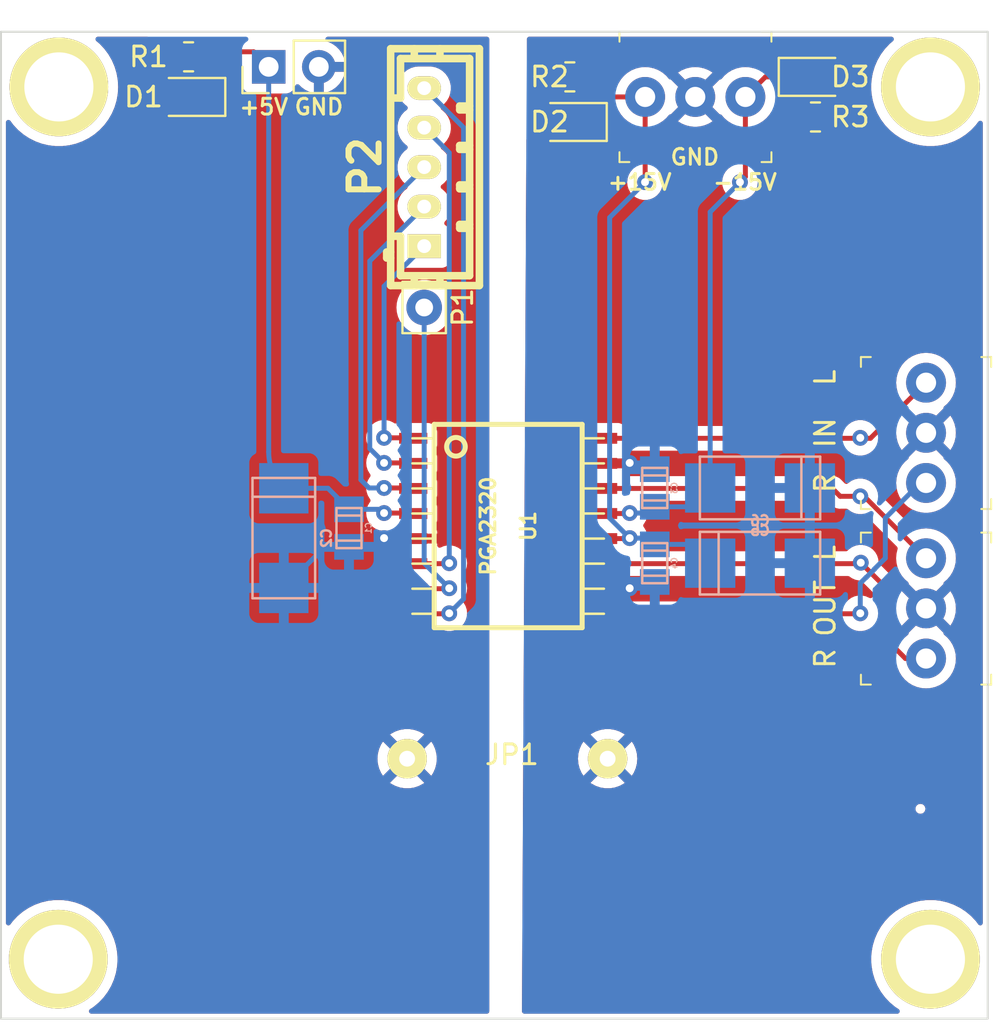
<source format=kicad_pcb>
(kicad_pcb (version 20221018) (generator pcbnew)
  (layers (0 "F.Cu" signal) (31 "B.Cu" signal) (34 "B.Paste" user) (35 "F.Paste" user) (36 "B.SilkS" user "B.Silkscreen") (37 "F.SilkS" user "F.Silkscreen") (38 "B.Mask" user) (39 "F.Mask" user) (44 "Edge.Cuts" user))
  (net 0 "")
  (net 1 "+5VD")
  (net 2 "GND_D")
  (net 3 "GND_A")
  (net 4 "-15V")
  (net 5 "+15V")
  (net 6 "Net-(D1-A)")
  (net 7 "Net-(D2-A)")
  (net 8 "Net-(D3-A)")
  (net 9 "VIN_L")
  (net 10 "VIN_R")
  (net 11 "VOUT_L")
  (net 12 "VOUT_R")
  (net 13 "SDO")
  (net 14 "ZCEN")
  (net 15 "CS")
  (net 16 "SDI")
  (net 17 "SCLK")
  (net 18 "MUTE")
  (footprint "Connector_PinHeader_2.54mm:PinHeader_1x02_P2.54mm_Vertical" (layer "F.Cu") (at 129.535 60.198 90)
    (fp_text reference "J3" hide)
    (fp_text value "2P-2.54")
    (fp_line (start -1.33 -1.33) (end 0 -1.33) (stroke (width 0.12)) (layer "F.SilkS"))
    (fp_line (start -1.33 0) (end -1.33 -1.33) (stroke (width 0.12)) (layer "F.SilkS"))
    (fp_line (start -1.33 1.27) (end -1.33 3.87) (stroke (width 0.12)) (layer "F.SilkS"))
    (fp_line (start -1.33 1.27) (end 1.33 1.27) (stroke (width 0.12)) (layer "F.SilkS"))
    (fp_line (start -1.33 3.87) (end 1.33 3.87) (stroke (width 0.12)) (layer "F.SilkS"))
    (fp_line (start 1.33 1.27) (end 1.33 3.87) (stroke (width 0.12)) (layer "F.SilkS"))
    (pad "1" thru_hole rect (at 0 0 90) (size 1.7 1.7) (drill 1) (layers "*.Cu" "*.Mask") (net 1 "+5VD"))
    (pad "2" thru_hole oval (at 0 2.54 90) (size 1.7 1.7) (drill 1) (layers "*.Cu" "*.Mask") (net 2 "GND_D"))
  )
  (footprint "digikey-footprints:PinHeader_1x3_P2.54mm_Drill1.02mm" (layer "F.Cu") (at 162.845513 85.095 -90)
    (fp_text reference "OUT" (at 2.535 5.111513 90) (layer "F.SilkS"))
    (fp_text value "XH2.54-3P")
    (fp_line (start -1.3 -3.3) (end -1.3 -2.8) (stroke (width 0.1)) (layer "F.SilkS"))
    (fp_line (start -1.3 -3.3) (end -0.8 -3.3) (stroke (width 0.1)) (layer "F.SilkS"))
    (fp_line (start -1.3 3.3) (end -1.3 2.8) (stroke (width 0.1)) (layer "F.SilkS"))
    (fp_line (start -1.3 3.3) (end -0.8 3.3) (stroke (width 0.1)) (layer "F.SilkS"))
    (fp_line (start 6.4 -3.3) (end 5.9 -3.3) (stroke (width 0.1)) (layer "F.SilkS"))
    (fp_line (start 6.4 -3.3) (end 6.4 -2.8) (stroke (width 0.1)) (layer "F.SilkS"))
    (fp_line (start 6.4 3.3) (end 5.9 3.3) (stroke (width 0.1)) (layer "F.SilkS"))
    (fp_line (start 6.4 3.3) (end 6.4 2.8) (stroke (width 0.1)) (layer "F.SilkS"))
    (pad "1" thru_hole circle (at 0 0 270) (size 2.02 2.02) (drill 1.02) (layers "*.Cu" "*.Mask") (net 11 "VOUT_L"))
    (pad "2" thru_hole circle (at 2.54 0 270) (size 2.02 2.02) (drill 1.02) (layers "*.Cu" "*.Mask") (net 3 "GND_A"))
    (pad "3" thru_hole circle (at 5.08 0 270) (size 2.02 2.02) (drill 1.02) (layers "*.Cu" "*.Mask") (net 12 "VOUT_R"))
  )
  (footprint "digikey-footprints:PinHeader_1x3_P2.54mm_Drill1.02mm" (layer "F.Cu") (at 162.845513 76.2 -90)
    (fp_text reference "IN" (at 2.54 5.111513 90) (layer "F.SilkS"))
    (fp_text value "XH2.54-3P")
    (fp_line (start -1.3 -3.3) (end -1.3 -2.8) (stroke (width 0.1)) (layer "F.SilkS"))
    (fp_line (start -1.3 -3.3) (end -0.8 -3.3) (stroke (width 0.1)) (layer "F.SilkS"))
    (fp_line (start -1.3 3.3) (end -1.3 2.8) (stroke (width 0.1)) (layer "F.SilkS"))
    (fp_line (start -1.3 3.3) (end -0.8 3.3) (stroke (width 0.1)) (layer "F.SilkS"))
    (fp_line (start 6.4 -3.3) (end 5.9 -3.3) (stroke (width 0.1)) (layer "F.SilkS"))
    (fp_line (start 6.4 -3.3) (end 6.4 -2.8) (stroke (width 0.1)) (layer "F.SilkS"))
    (fp_line (start 6.4 3.3) (end 5.9 3.3) (stroke (width 0.1)) (layer "F.SilkS"))
    (fp_line (start 6.4 3.3) (end 6.4 2.8) (stroke (width 0.1)) (layer "F.SilkS"))
    (pad "1" thru_hole circle (at 0 0 270) (size 2.02 2.02) (drill 1.02) (layers "*.Cu" "*.Mask") (net 9 "VIN_L"))
    (pad "2" thru_hole circle (at 2.54 0 270) (size 2.02 2.02) (drill 1.02) (layers "*.Cu" "*.Mask") (net 3 "GND_A"))
    (pad "3" thru_hole circle (at 5.08 0 270) (size 2.02 2.02) (drill 1.02) (layers "*.Cu" "*.Mask") (net 10 "VIN_R"))
  )
  (footprint "Audio_Module:b5b-ph-kl" (layer "F.Cu") (at 137.414 65.278 90)
    (fp_text reference "P2" (at 0 -2.99974 90) (layer "F.SilkS") (effects (font (size 1.524 1.524) (thickness 0.3048))))
    (fp_text value "CONTROLLER" hide)
    (fp_line (start -6.00202 -1.69926) (end -6.00202 2.79908) (stroke (width 0.381)) (layer "F.SilkS"))
    (fp_line (start -5.50164 -1.19888) (end -5.50164 2.30124) (stroke (width 0.381)) (layer "F.SilkS"))
    (fp_line (start -5.50164 -0.50038) (end -6.00202 -0.50038) (stroke (width 0.381)) (layer "F.SilkS"))
    (fp_line (start -5.50164 0.8001) (end -6.00202 0.8001) (stroke (width 0.381)) (layer "F.SilkS"))
    (fp_line (start -5.4991 2.30124) (end 5.4991 2.30124) (stroke (width 0.381)) (layer "F.SilkS"))
    (fp_line (start -4.60248 -1.89992) (end -4.60248 -1.69926) (stroke (width 0.381)) (layer "F.SilkS"))
    (fp_line (start -4.30276 -1.89992) (end -4.60248 -1.89992) (stroke (width 0.381)) (layer "F.SilkS"))
    (fp_line (start -4.30276 -1.69926) (end -4.30276 -1.89992) (stroke (width 0.381)) (layer "F.SilkS"))
    (fp_line (start -3.50266 -1.69926) (end -3.50266 -1.19888) (stroke (width 0.381)) (layer "F.SilkS"))
    (fp_line (start -3.50266 -1.19888) (end -5.50164 -1.19888) (stroke (width 0.381)) (layer "F.SilkS"))
    (fp_line (start -3.10134 1.80086) (end -2.90322 1.80086) (stroke (width 0.381)) (layer "F.SilkS"))
    (fp_line (start -3.10134 2.30124) (end -3.10134 1.80086) (stroke (width 0.381)) (layer "F.SilkS"))
    (fp_line (start -2.90322 1.80086) (end -2.90322 2.30124) (stroke (width 0.381)) (layer "F.SilkS"))
    (fp_line (start -1.09982 1.80086) (end -0.9017 1.80086) (stroke (width 0.381)) (layer "F.SilkS"))
    (fp_line (start -1.09982 2.30124) (end -1.09982 1.80086) (stroke (width 0.381)) (layer "F.SilkS"))
    (fp_line (start -0.9017 1.80086) (end -0.9017 2.30124) (stroke (width 0.381)) (layer "F.SilkS"))
    (fp_line (start 0.89916 1.80086) (end 1.09728 1.80086) (stroke (width 0.381)) (layer "F.SilkS"))
    (fp_line (start 0.89916 2.30124) (end 0.89916 1.80086) (stroke (width 0.381)) (layer "F.SilkS"))
    (fp_line (start 1.09728 1.80086) (end 1.09728 2.30124) (stroke (width 0.381)) (layer "F.SilkS"))
    (fp_line (start 2.89814 1.80086) (end 3.09626 1.80086) (stroke (width 0.381)) (layer "F.SilkS"))
    (fp_line (start 2.89814 2.30124) (end 2.89814 1.80086) (stroke (width 0.381)) (layer "F.SilkS"))
    (fp_line (start 3.09626 1.80086) (end 3.09626 2.30124) (stroke (width 0.381)) (layer "F.SilkS"))
    (fp_line (start 3.50012 -1.19888) (end 3.50012 -1.69926) (stroke (width 0.381)) (layer "F.SilkS"))
    (fp_line (start 5.4991 -1.19888) (end 3.50012 -1.19888) (stroke (width 0.381)) (layer "F.SilkS"))
    (fp_line (start 5.4991 0.8001) (end 5.99948 0.8001) (stroke (width 0.381)) (layer "F.SilkS"))
    (fp_line (start 5.4991 2.30124) (end 5.4991 -1.19888) (stroke (width 0.381)) (layer "F.SilkS"))
    (fp_line (start 5.99948 -1.69926) (end -5.99948 -1.69926) (stroke (width 0.381)) (layer "F.SilkS"))
    (fp_line (start 5.99948 -1.69926) (end 5.99948 2.79908) (stroke (width 0.381)) (layer "F.SilkS"))
    (fp_line (start 5.99948 -0.50038) (end 5.4991 -0.50038) (stroke (width 0.381)) (layer "F.SilkS"))
    (fp_line (start 5.99948 2.79908) (end -5.99948 2.79908) (stroke (width 0.381)) (layer "F.SilkS"))
    (pad "1" thru_hole rect (at -4.00304 0 90) (size 1.19888 1.69926) (drill 0.70104) (layers "*.Cu" "*.Mask" "F.SilkS") (net 14 "ZCEN"))
    (pad "2" thru_hole oval (at -2.00152 0 90) (size 1.19888 1.69926) (drill 0.70104) (layers "*.Cu" "*.Mask" "F.SilkS") (net 15 "CS"))
    (pad "3" thru_hole oval (at 0 0 90) (size 1.19888 1.69926) (drill 0.70104) (layers "*.Cu" "*.Mask" "F.SilkS") (net 16 "SDI"))
    (pad "4" thru_hole oval (at 1.99898 0 90) (size 1.19888 1.69926) (drill 0.70104) (layers "*.Cu" "*.Mask" "F.SilkS") (net 17 "SCLK"))
    (pad "5" thru_hole oval (at 4.0005 0 90) (size 1.19888 1.69926) (drill 0.70104) (layers "*.Cu" "*.Mask" "F.SilkS") (net 18 "MUTE"))
  )
  (footprint "Resistor_SMD:R_0805_2012Metric_Pad1.20x1.40mm_HandSolder" (layer "F.Cu") (at 125.476 59.69)
    (fp_text reference "R1" (at -2.032 0) (layer "F.SilkS"))
    (fp_text value "10k")
    (fp_line (start -0.227064 -0.735) (end 0.227064 -0.735) (stroke (width 0.12)) (layer "F.SilkS"))
    (fp_line (start -0.227064 0.735) (end 0.227064 0.735) (stroke (width 0.12)) (layer "F.SilkS"))
    (pad "1" smd roundrect (at -1 0) (size 1.2 1.4) (layers "F.Cu" "F.Paste" "F.Mask") (roundrect_rratio 0.208333) (net 6 "Net-(D1-A)"))
    (pad "2" smd roundrect (at 1 0) (size 1.2 1.4) (layers "F.Cu" "F.Paste" "F.Mask") (roundrect_rratio 0.208333) (net 1 "+5VD"))
  )
  (footprint "Audio_Module:WireConnection_0-8mmDrill" (layer "F.Cu") (at 146.7104 95.25 180)
    (fp_text reference "JP1" (at 4.8514 0.2032) (layer "F.SilkS"))
    (fp_text value "JUMPER" hide)
    (pad "1" thru_hole circle (at 0 0 180) (size 1.99898 1.99898) (drill 0.8001) (layers "*.Cu" "*.Mask" "F.SilkS") (net 3 "GND_A"))
    (pad "2" thru_hole circle (at 10.16 0 180) (size 1.99898 1.99898) (drill 0.8001) (layers "*.Cu" "*.Mask" "F.SilkS") (net 2 "GND_D"))
  )
  (footprint "LED_SMD:LED_0805_2012Metric_Pad1.15x1.40mm_HandSolder" (layer "F.Cu") (at 125.476 61.722 180)
    (fp_text reference "D1" (at 2.286 0) (layer "F.SilkS"))
    (fp_text value "LED")
    (fp_line (start -1.86 -0.96) (end -1.86 0.96) (stroke (width 0.12)) (layer "F.SilkS"))
    (fp_line (start -1.86 0.96) (end 1 0.96) (stroke (width 0.12)) (layer "F.SilkS"))
    (fp_line (start 1 -0.96) (end -1.86 -0.96) (stroke (width 0.12)) (layer "F.SilkS"))
    (pad "1" smd roundrect (at -1.025 0 180) (size 1.15 1.4) (layers "F.Cu" "F.Paste" "F.Mask") (roundrect_rratio 0.217391) (net 2 "GND_D"))
    (pad "2" smd roundrect (at 1.025 0 180) (size 1.15 1.4) (layers "F.Cu" "F.Paste" "F.Mask") (roundrect_rratio 0.217391) (net 6 "Net-(D1-A)"))
  )
  (footprint "Resistor_SMD:R_0805_2012Metric_Pad1.20x1.40mm_HandSolder" (layer "F.Cu") (at 144.796 60.706 180)
    (fp_text reference "R2" (at 1.032 0) (layer "F.SilkS"))
    (fp_text value "10k")
    (fp_line (start -0.227064 -0.735) (end 0.227064 -0.735) (stroke (width 0.12)) (layer "F.SilkS"))
    (fp_line (start -0.227064 0.735) (end 0.227064 0.735) (stroke (width 0.12)) (layer "F.SilkS"))
    (pad "1" smd roundrect (at -1 0 180) (size 1.2 1.4) (layers "F.Cu" "F.Paste" "F.Mask") (roundrect_rratio 0.208333) (net 5 "+15V"))
    (pad "2" smd roundrect (at 1 0 180) (size 1.2 1.4) (layers "F.Cu" "F.Paste" "F.Mask") (roundrect_rratio 0.208333) (net 7 "Net-(D2-A)"))
  )
  (footprint "" (layer "F.Cu") (at 118.618 105.41)
    (fp_text reference "" (at 0 0) (layer "F.SilkS") (effects (font (size 1.27 1.27))))
    (fp_text value "" (at 0 0) (layer "F.SilkS") (effects (font (size 1.27 1.27))))
    (pad "1" thru_hole circle (at 0.254 0) (size 5 5) (drill 3.5) (layers "*.Cu" "*.Mask" "F.SilkS"))
  )
  (footprint "Connector_Pin:Pin_D0.9mm_L10.0mm_W2.4mm_FlatFork" (layer "F.Cu") (at 137.414 72.39 90)
    (fp_text reference "P1" (at 0 1.95 90) (layer "F.SilkS"))
    (fp_text value "SDO")
    (fp_line (start -1.3 -1.1) (end -1.3 0.6) (stroke (width 0.12)) (layer "F.SilkS"))
    (fp_line (start -1.3 0.6) (end -1.3 1.1) (stroke (width 0.12)) (layer "F.SilkS"))
    (fp_line (start -1.3 1.1) (end 1.3 1.1) (stroke (width 0.12)) (layer "F.SilkS"))
    (fp_line (start 1.3 -1.1) (end -1.3 -1.1) (stroke (width 0.12)) (layer "F.SilkS"))
    (fp_line (start 1.3 1.1) (end 1.3 -1.1) (stroke (width 0.12)) (layer "F.SilkS"))
    (pad "1" thru_hole circle (at 0 0 90) (size 1.8 1.8) (drill 0.9) (layers "*.Cu" "*.Mask") (net 13 "SDO"))
  )
  (footprint "Audio_Module:soic-16-PGA2320" (layer "F.Cu") (at 141.670273 83.462817)
    (fp_text reference "U1" (at 1.016 0 270) (layer "F.SilkS") (effects (font (size 0.7493 0.7493) (thickness 0.14986))))
    (fp_text value "PGA2320" (at -1.016 0 270) (layer "F.SilkS") (effects (font (size 0.7493 0.7493) (thickness 0.14986))))
    (fp_line (start -4.8514 -3.175) (end -3.7592 -3.175) (stroke (width 0.127)) (layer "F.SilkS"))
    (fp_line (start -4.8514 -1.905) (end -3.7592 -1.905) (stroke (width 0.127)) (layer "F.SilkS"))
    (fp_line (start -4.8514 -0.635) (end -3.7592 -0.635) (stroke (width 0.127)) (layer "F.SilkS"))
    (fp_line (start -4.8514 0.635) (end -3.7592 0.635) (stroke (width 0.127)) (layer "F.SilkS"))
    (fp_line (start -3.7592 -4.445) (end -4.8514 -4.445) (stroke (width 0.127)) (layer "F.SilkS"))
    (fp_line (start -3.7592 1.905) (end -4.8514 1.905) (stroke (width 0.127)) (layer "F.SilkS"))
    (fp_line (start -3.7592 3.175) (end -4.8514 3.175) (stroke (width 0.127)) (layer "F.SilkS"))
    (fp_line (start -3.7592 4.445) (end -4.8514 4.445) (stroke (width 0.127)) (layer "F.SilkS"))
    (fp_line (start -3.74904 -5.15112) (end -3.74904 5.15112) (stroke (width 0.254)) (layer "F.SilkS"))
    (fp_line (start -3.74904 5.15112) (end 3.74904 5.15112) (stroke (width 0.254)) (layer "F.SilkS"))
    (fp_line (start 3.74904 -5.15112) (end -3.74904 -5.15112) (stroke (width 0.254)) (layer "F.SilkS"))
    (fp_line (start 3.74904 5.15112) (end 3.74904 -5.15112) (stroke (width 0.254)) (layer "F.SilkS"))
    (fp_line (start 3.7592 -4.445) (end 4.8514 -4.445) (stroke (width 0.127)) (layer "F.SilkS"))
    (fp_line (start 3.7592 -3.175) (end 4.8514 -3.175) (stroke (width 0.127)) (layer "F.SilkS"))
    (fp_line (start 3.7592 1.905) (end 4.8514 1.905) (stroke (width 0.127)) (layer "F.SilkS"))
    (fp_line (start 3.7592 3.175) (end 4.8514 3.175) (stroke (width 0.127)) (layer "F.SilkS"))
    (fp_line (start 3.7592 4.445) (end 4.8514 4.445) (stroke (width 0.127)) (layer "F.SilkS"))
    (fp_line (start 4.8514 -1.905) (end 3.7592 -1.905) (stroke (width 0.127)) (layer "F.SilkS"))
    (fp_line (start 4.8514 -0.635) (end 3.7592 -0.635) (stroke (width 0.127)) (layer "F.SilkS"))
    (fp_line (start 4.8514 0.635) (end 3.7592 0.635) (stroke (width 0.127)) (layer "F.SilkS"))
    (fp_circle (center -2.64668 -4.01574) (end -3.02768 -4.29514) (stroke (width 0.254)) (fill none) (layer "F.SilkS"))
    (pad "1" smd rect (at -4.81076 -4.445 270) (size 0.55118 1.43002) (layers "F.Cu" "F.Paste" "F.Mask") (net 14 "ZCEN"))
    (pad "2" smd rect (at -4.81076 -3.175 270) (size 0.55118 1.43002) (layers "F.Cu" "F.Paste" "F.Mask") (net 15 "CS"))
    (pad "3" smd rect (at -4.81076 -1.905 270) (size 0.55118 1.43002) (layers "F.Cu" "F.Paste" "F.Mask") (net 16 "SDI"))
    (pad "4" smd rect (at -4.81076 -0.635 270) (size 0.55118 1.43002) (layers "F.Cu" "F.Paste" "F.Mask") (net 1 "+5VD"))
    (pad "5" smd rect (at -4.81076 0.635 270) (size 0.55118 1.43002) (layers "F.Cu" "F.Paste" "F.Mask") (net 2 "GND_D"))
    (pad "6" smd rect (at -4.81076 1.905 270) (size 0.55118 1.43002) (layers "F.Cu" "F.Paste" "F.Mask") (net 17 "SCLK"))
    (pad "7" smd rect (at -4.81076 3.175 270) (size 0.55118 1.43002) (layers "F.Cu" "F.Paste" "F.Mask") (net 13 "SDO"))
    (pad "8" smd rect (at -4.81076 4.445 270) (size 0.55118 1.43002) (layers "F.Cu" "F.Paste" "F.Mask") (net 18 "MUTE"))
    (pad "9" smd rect (at 4.81076 4.445 270) (size 0.55118 1.43002) (layers "F.Cu" "F.Paste" "F.Mask") (net 10 "VIN_R"))
    (pad "10" smd rect (at 4.81076 3.175 270) (size 0.55118 1.43002) (layers "F.Cu" "F.Paste" "F.Mask") (net 3 "GND_A"))
    (pad "11" smd rect (at 4.81076 1.905 270) (size 0.55118 1.43002) (layers "F.Cu" "F.Paste" "F.Mask") (net 12 "VOUT_R"))
    (pad "12" smd rect (at 4.81076 0.635 270) (size 0.55118 1.43002) (layers "F.Cu" "F.Paste" "F.Mask") (net 5 "+15V"))
    (pad "13" smd rect (at 4.81076 -0.635 270) (size 0.55118 1.43002) (layers "F.Cu" "F.Paste" "F.Mask") (net 4 "-15V"))
    (pad "14" smd rect (at 4.81076 -1.905 270) (size 0.55118 1.43002) (layers "F.Cu" "F.Paste" "F.Mask") (net 11 "VOUT_L"))
    (pad "15" smd rect (at 4.81076 -3.175 270) (size 0.55118 1.43002) (layers "F.Cu" "F.Paste" "F.Mask") (net 3 "GND_A"))
    (pad "16" smd rect (at 4.81076 -4.445 270) (size 0.55118 1.43002) (layers "F.Cu" "F.Paste" "F.Mask") (net 9 "VIN_L"))
  )
  (footprint "digikey-footprints:PinHeader_1x3_P2.54mm_Drill1.02mm" (layer "F.Cu") (at 148.611 61.722)
    (fp_text reference "J4" hide)
    (fp_text value "3P-2.54")
    (fp_line (start -1.3 -3.3) (end -1.3 -2.8) (stroke (width 0.1)) (layer "F.SilkS"))
    (fp_line (start -1.3 -3.3) (end -0.8 -3.3) (stroke (width 0.1)) (layer "F.SilkS"))
    (fp_line (start -1.3 3.3) (end -1.3 2.8) (stroke (width 0.1)) (layer "F.SilkS"))
    (fp_line (start -1.3 3.3) (end -0.8 3.3) (stroke (width 0.1)) (layer "F.SilkS"))
    (fp_line (start 6.4 -3.3) (end 5.9 -3.3) (stroke (width 0.1)) (layer "F.SilkS"))
    (fp_line (start 6.4 -3.3) (end 6.4 -2.8) (stroke (width 0.1)) (layer "F.SilkS"))
    (fp_line (start 6.4 3.3) (end 5.9 3.3) (stroke (width 0.1)) (layer "F.SilkS"))
    (fp_line (start 6.4 3.3) (end 6.4 2.8) (stroke (width 0.1)) (layer "F.SilkS"))
    (pad "1" thru_hole circle (at 0 0) (size 2.02 2.02) (drill 1.02) (layers "*.Cu" "*.Mask") (net 5 "+15V"))
    (pad "2" thru_hole circle (at 2.54 0) (size 2.02 2.02) (drill 1.02) (layers "*.Cu" "*.Mask") (net 3 "GND_A"))
    (pad "3" thru_hole circle (at 5.08 0) (size 2.02 2.02) (drill 1.02) (layers "*.Cu" "*.Mask") (net 4 "-15V"))
  )
  (footprint "LED_SMD:LED_0805_2012Metric_Pad1.15x1.40mm_HandSolder" (layer "F.Cu") (at 144.805 62.992 180)
    (fp_text reference "D2" (at 1.041 0) (layer "F.SilkS"))
    (fp_text value "LED")
    (fp_line (start -1.86 -0.96) (end -1.86 0.96) (stroke (width 0.12)) (layer "F.SilkS"))
    (fp_line (start -1.86 0.96) (end 1 0.96) (stroke (width 0.12)) (layer "F.SilkS"))
    (fp_line (start 1 -0.96) (end -1.86 -0.96) (stroke (width 0.12)) (layer "F.SilkS"))
    (pad "1" smd roundrect (at -1.025 0 180) (size 1.15 1.4) (layers "F.Cu" "F.Paste" "F.Mask") (roundrect_rratio 0.217391) (net 3 "GND_A"))
    (pad "2" smd roundrect (at 1.025 0 180) (size 1.15 1.4) (layers "F.Cu" "F.Paste" "F.Mask") (roundrect_rratio 0.217391) (net 7 "Net-(D2-A)"))
  )
  (footprint "" (layer "F.Cu") (at 118.903513 61.214)
    (fp_text reference "" (at 0 0) (layer "F.SilkS") (effects (font (size 1.27 1.27))))
    (fp_text value "" (at 0 0) (layer "F.SilkS") (effects (font (size 1.27 1.27))))
    (pad "1" thru_hole circle (at 0 0) (size 5 5) (drill 3.5) (layers "*.Cu" "*.Mask" "F.SilkS"))
  )
  (footprint "Resistor_SMD:R_0805_2012Metric_Pad1.20x1.40mm_HandSolder" (layer "F.Cu") (at 157.242 62.738)
    (fp_text reference "R3" (at 1.762 0) (layer "F.SilkS"))
    (fp_text value "10k")
    (fp_line (start -0.227064 -0.735) (end 0.227064 -0.735) (stroke (width 0.12)) (layer "F.SilkS"))
    (fp_line (start -0.227064 0.735) (end 0.227064 0.735) (stroke (width 0.12)) (layer "F.SilkS"))
    (pad "1" smd roundrect (at -1 0) (size 1.2 1.4) (layers "F.Cu" "F.Paste" "F.Mask") (roundrect_rratio 0.208333) (net 3 "GND_A"))
    (pad "2" smd roundrect (at 1 0) (size 1.2 1.4) (layers "F.Cu" "F.Paste" "F.Mask") (roundrect_rratio 0.208333) (net 8 "Net-(D3-A)"))
  )
  (footprint "" (layer "F.Cu") (at 163.068 105.918)
    (fp_text reference "" (at 0 0) (layer "F.SilkS") (effects (font (size 1.27 1.27))))
    (fp_text value "" (at 0 0) (layer "F.SilkS") (effects (font (size 1.27 1.27))))
    (pad "1" thru_hole circle (at 0 -0.508) (size 5 5) (drill 3.5) (layers "*.Cu" "*.Mask" "F.SilkS"))
  )
  (footprint "" (layer "F.Cu") (at 163.068 61.214)
    (fp_text reference "" (at 0 0) (layer "F.SilkS") (effects (font (size 1.27 1.27))))
    (fp_text value "" (at 0 0) (layer "F.SilkS") (effects (font (size 1.27 1.27))))
    (pad "1" thru_hole circle (at 0 0) (size 5 5) (drill 3.5) (layers "*.Cu" "*.Mask" "F.SilkS"))
  )
  (footprint "LED_SMD:LED_0805_2012Metric_Pad1.15x1.40mm_HandSolder" (layer "F.Cu") (at 157.242 60.706)
    (fp_text reference "D3" (at 1.762 0) (layer "F.SilkS"))
    (fp_text value "LED")
    (fp_line (start -1.86 -0.96) (end -1.86 0.96) (stroke (width 0.12)) (layer "F.SilkS"))
    (fp_line (start -1.86 0.96) (end 1 0.96) (stroke (width 0.12)) (layer "F.SilkS"))
    (fp_line (start 1 -0.96) (end -1.86 -0.96) (stroke (width 0.12)) (layer "F.SilkS"))
    (pad "1" smd roundrect (at -1.025 0) (size 1.15 1.4) (layers "F.Cu" "F.Paste" "F.Mask") (roundrect_rratio 0.217391) (net 4 "-15V"))
    (pad "2" smd roundrect (at 1.025 0) (size 1.15 1.4) (layers "F.Cu" "F.Paste" "F.Mask") (roundrect_rratio 0.217391) (net 8 "Net-(D3-A)"))
  )
  (footprint "Audio_Module:c_tant_C" (layer "B.Cu") (at 130.302 84.074 90)
    (fp_text reference "C2" (at 0 2.159 90) (layer "B.SilkS") (effects (font (size 0.50038 0.50038) (thickness 0.11938)) (justify mirror)))
    (fp_text value "10uf" hide)
    (fp_line (start -3.048 -1.5875) (end 3.048 -1.5875) (stroke (width 0.127)) (layer "B.SilkS"))
    (fp_line (start -3.048 1.5875) (end -3.048 -1.5875) (stroke (width 0.127)) (layer "B.SilkS"))
    (fp_line (start 2.0955 1.5875) (end 2.0955 -1.5875) (stroke (width 0.127)) (layer "B.SilkS"))
    (fp_line (start 3.048 -1.5875) (end 3.048 1.5875) (stroke (width 0.127)) (layer "B.SilkS"))
    (fp_line (start 3.048 1.5875) (end -3.048 1.5875) (stroke (width 0.127)) (layer "B.SilkS"))
    (pad "1" smd rect (at 2.52476 0 90) (size 2.55016 2.49936) (layers "B.Cu" "B.Paste" "B.Mask") (net 1 "+5VD"))
    (pad "2" smd rect (at -2.52476 0 90) (size 2.55016 2.49936) (layers "B.Cu" "B.Paste" "B.Mask") (net 2 "GND_D"))
  )
  (footprint "Audio_Module:c_0805" (layer "B.Cu") (at 133.604 83.566 90)
    (fp_text reference "C1" (at 0 0.9906 90) (layer "B.SilkS") (effects (font (size 0.29972 0.29972) (thickness 0.06096)) (justify mirror)))
    (fp_text value "0.1uf" hide)
    (fp_line (start -1.016 -0.635) (end -1.016 0.635) (stroke (width 0.127)) (layer "B.SilkS"))
    (fp_line (start -1.016 0.635) (end 1.016 0.635) (stroke (width 0.127)) (layer "B.SilkS"))
    (fp_line (start -0.635 0.635) (end -0.635 -0.6096) (stroke (width 0.127)) (layer "B.SilkS"))
    (fp_line (start 0.635 0.635) (end 0.635 -0.635) (stroke (width 0.127)) (layer "B.SilkS"))
    (fp_line (start 1.016 -0.635) (end -1.016 -0.635) (stroke (width 0.127)) (layer "B.SilkS"))
    (fp_line (start 1.016 0.635) (end 1.016 -0.635) (stroke (width 0.127)) (layer "B.SilkS"))
    (pad "1" smd rect (at 0.9525 0 90) (size 1.30048 1.4986) (layers "B.Cu" "B.Paste" "B.Mask") (net 1 "+5VD"))
    (pad "2" smd rect (at -0.9525 0 90) (size 1.30048 1.4986) (layers "B.Cu" "B.Paste" "B.Mask") (net 2 "GND_D"))
  )
  (footprint "Audio_Module:c_0805" (layer "B.Cu") (at 149.098 81.534 90)
    (fp_text reference "C3" (at 0 0.9906 90) (layer "B.SilkS") (effects (font (size 0.29972 0.29972) (thickness 0.06096)) (justify mirror)))
    (fp_text value "0.1uF" hide)
    (fp_line (start -1.016 -0.635) (end -1.016 0.635) (stroke (width 0.127)) (layer "B.SilkS"))
    (fp_line (start -1.016 0.635) (end 1.016 0.635) (stroke (width 0.127)) (layer "B.SilkS"))
    (fp_line (start -0.635 0.635) (end -0.635 -0.6096) (stroke (width 0.127)) (layer "B.SilkS"))
    (fp_line (start 0.635 0.635) (end 0.635 -0.635) (stroke (width 0.127)) (layer "B.SilkS"))
    (fp_line (start 1.016 -0.635) (end -1.016 -0.635) (stroke (width 0.127)) (layer "B.SilkS"))
    (fp_line (start 1.016 0.635) (end 1.016 -0.635) (stroke (width 0.127)) (layer "B.SilkS"))
    (pad "1" smd rect (at 0.9525 0 90) (size 1.30048 1.4986) (layers "B.Cu" "B.Paste" "B.Mask") (net 3 "GND_A"))
    (pad "2" smd rect (at -0.9525 0 90) (size 1.30048 1.4986) (layers "B.Cu" "B.Paste" "B.Mask") (net 4 "-15V"))
  )
  (footprint "Audio_Module:c_0805" (layer "B.Cu") (at 149.098 85.344 90)
    (fp_text reference "C4" (at 0 0.9906 90) (layer "B.SilkS") (effects (font (size 0.29972 0.29972) (thickness 0.06096)) (justify mirror)))
    (fp_text value "0.1uF" hide)
    (fp_line (start -1.016 -0.635) (end -1.016 0.635) (stroke (width 0.127)) (layer "B.SilkS"))
    (fp_line (start -1.016 0.635) (end 1.016 0.635) (stroke (width 0.127)) (layer "B.SilkS"))
    (fp_line (start -0.635 0.635) (end -0.635 -0.6096) (stroke (width 0.127)) (layer "B.SilkS"))
    (fp_line (start 0.635 0.635) (end 0.635 -0.635) (stroke (width 0.127)) (layer "B.SilkS"))
    (fp_line (start 1.016 -0.635) (end -1.016 -0.635) (stroke (width 0.127)) (layer "B.SilkS"))
    (fp_line (start 1.016 0.635) (end 1.016 -0.635) (stroke (width 0.127)) (layer "B.SilkS"))
    (pad "1" smd rect (at 0.9525 0 90) (size 1.30048 1.4986) (layers "B.Cu" "B.Paste" "B.Mask") (net 5 "+15V"))
    (pad "2" smd rect (at -0.9525 0 90) (size 1.30048 1.4986) (layers "B.Cu" "B.Paste" "B.Mask") (net 3 "GND_A"))
  )
  (footprint "Audio_Module:c_tant_C" (layer "B.Cu") (at 154.432 81.534)
    (fp_text reference "C5" (at 0 2.159) (layer "B.SilkS") (effects (font (size 0.50038 0.50038) (thickness 0.11938)) (justify mirror)))
    (fp_text value "10uF" hide)
    (fp_line (start -3.048 -1.5875) (end 3.048 -1.5875) (stroke (width 0.127)) (layer "B.SilkS"))
    (fp_line (start -3.048 1.5875) (end -3.048 -1.5875) (stroke (width 0.127)) (layer "B.SilkS"))
    (fp_line (start 2.0955 1.5875) (end 2.0955 -1.5875) (stroke (width 0.127)) (layer "B.SilkS"))
    (fp_line (start 3.048 -1.5875) (end 3.048 1.5875) (stroke (width 0.127)) (layer "B.SilkS"))
    (fp_line (start 3.048 1.5875) (end -3.048 1.5875) (stroke (width 0.127)) (layer "B.SilkS"))
    (pad "1" smd rect (at 2.52476 0) (size 2.55016 2.49936) (layers "B.Cu" "B.Paste" "B.Mask") (net 3 "GND_A"))
    (pad "2" smd rect (at -2.52476 0) (size 2.55016 2.49936) (layers "B.Cu" "B.Paste" "B.Mask") (net 4 "-15V"))
  )
  (footprint "Audio_Module:c_tant_C" (layer "B.Cu") (at 154.432 85.344 180)
    (fp_text reference "C6" (at 0 2.159) (layer "B.SilkS") (effects (font (size 0.50038 0.50038) (thickness 0.11938)) (justify mirror)))
    (fp_text value "10uF" hide)
    (fp_line (start -3.048 -1.5875) (end 3.048 -1.5875) (stroke (width 0.127)) (layer "B.SilkS"))
    (fp_line (start -3.048 1.5875) (end -3.048 -1.5875) (stroke (width 0.127)) (layer "B.SilkS"))
    (fp_line (start 2.0955 1.5875) (end 2.0955 -1.5875) (stroke (width 0.127)) (layer "B.SilkS"))
    (fp_line (start 3.048 -1.5875) (end 3.048 1.5875) (stroke (width 0.127)) (layer "B.SilkS"))
    (fp_line (start 3.048 1.5875) (end -3.048 1.5875) (stroke (width 0.127)) (layer "B.SilkS"))
    (pad "1" smd rect (at 2.52476 0 180) (size 2.55016 2.49936) (layers "B.Cu" "B.Paste" "B.Mask") (net 5 "+15V"))
    (pad "2" smd rect (at -2.52476 0 180) (size 2.55016 2.49936) (layers "B.Cu" "B.Paste" "B.Mask") (net 3 "GND_A"))
  )
  (gr_rect (start 115.97 58.42) (end 165.97 108.42) (stroke (width 0.1)) (fill none) (layer "Edge.Cuts"))
  (gr_rect (start 162.56 97.79) (end 162.56 97.79) (stroke (width 0.1)) (fill none) (layer "Edge.Cuts"))
  (gr_text "R" (at 157.734 90.17 90) (layer "F.SilkS") (effects (font (size 1 1))))
  (gr_text "+5V" (at 129.286 62.23) (layer "F.SilkS") (effects (font (size 0.8 0.8))))
  (gr_text "GND" (at 151.13 64.77) (layer "F.SilkS") (effects (font (size 0.8 0.8))))
  (gr_text "L" (at 157.734 84.836 90) (layer "F.SilkS") (effects (font (size 1 1))))
  (gr_text "+15V" (at 148.336 66.04) (layer "F.SilkS") (effects (font (size 0.8 0.8))))
  (gr_text "R" (at 157.734 81.28 90) (layer "F.SilkS") (effects (font (size 1 1))))
  (gr_text "L" (at 157.734 75.946 90) (layer "F.SilkS") (effects (font (size 1 1))))
  (gr_text "GND" (at 132.08 62.23) (layer "F.SilkS") (effects (font (size 0.8 0.8))))
  (gr_text "-15V" (at 153.67 66.04) (layer "F.SilkS") (effects (font (size 0.8 0.8))))
  (segment (start 136.835696 82.804) (end 136.859513 82.827817) (width 0.25) (layer "F.Cu") (net 1))
  (segment (start 128.773 59.436) (end 129.535 60.198) (width 0.25) (layer "F.Cu") (net 1))
  (segment (start 126.476 59.436) (end 128.773 59.436) (width 0.25) (layer "F.Cu") (net 1))
  (segment (start 135.382 82.804) (end 136.835696 82.804) (width 0.25) (layer "F.Cu") (net 1))
  (via (at 135.382 82.804) (size 0.8) (drill 0.4) (layers "F.Cu" "B.Cu") (net 1))
  (segment (start 132.53974 81.54924) (end 133.604 82.6135) (width 0.25) (layer "B.Cu") (net 1))
  (segment (start 135.1915 82.6135) (end 135.382 82.804) (width 0.25) (layer "B.Cu") (net 1))
  (segment (start 133.604 82.6135) (end 135.1915 82.6135) (width 0.25) (layer "B.Cu") (net 1))
  (segment (start 130.302 81.54924) (end 132.53974 81.54924) (width 0.25) (layer "B.Cu") (net 1))
  (segment (start 129.535 60.198) (end 129.535 79.697539) (width 0.25) (layer "B.Cu") (net 1))
  (arc (start 129.535 79.697539) (mid 129.734336 80.699672) (end 130.302 81.54924) (width 0.25) (layer "B.Cu") (net 1))
  (via (at 135.382 84.074) (size 0.8) (drill 0.4) (layers "F.Cu" "B.Cu") (net 2))
  (segment (start 133.604 84.5185) (end 134.9375 84.5185) (width 0.25) (layer "B.Cu") (net 2))
  (segment (start 130.302 86.59876) (end 132.38226 84.5185) (width 0.25) (layer "B.Cu") (net 2))
  (segment (start 134.9375 84.5185) (end 135.382 84.074) (width 0.25) (layer "B.Cu") (net 2))
  (segment (start 132.38226 84.5185) (end 133.604 84.5185) (width 0.25) (layer "B.Cu") (net 2))
  (segment (start 156.217 62.713) (end 156.242 62.738) (width 0.25) (layer "F.Cu") (net 3))
  (via (at 147.828 80.264) (size 0.8) (drill 0.4) (layers "F.Cu" "B.Cu") (net 3))
  (via (at 147.828 86.614) (size 0.8) (drill 0.4) (layers "F.Cu" "B.Cu") (net 3))
  (segment (start 148.7805 86.614) (end 149.098 86.2965) (width 0.25) (layer "B.Cu") (net 3))
  (segment (start 147.828 80.264) (end 148.7805 80.264) (width 0.25) (layer "B.Cu") (net 3))
  (segment (start 148.7805 80.264) (end 149.098 80.5815) (width 0.25) (layer "B.Cu") (net 3))
  (segment (start 147.828 86.614) (end 148.7805 86.614) (width 0.25) (layer "B.Cu") (net 3))
  (segment (start 153.691 65.765) (end 153.691 61.722) (width 0.25) (layer "F.Cu") (net 4))
  (segment (start 146.481033 82.827817) (end 147.804183 82.827817) (width 0.25) (layer "F.Cu") (net 4))
  (segment (start 153.416 66.04) (end 153.691 65.765) (width 0.25) (layer "F.Cu") (net 4))
  (segment (start 147.804183 82.827817) (end 147.828 82.804) (width 0.25) (layer "F.Cu") (net 4))
  (segment (start 154.707 60.706) (end 156.217 60.706) (width 0.25) (layer "F.Cu") (net 4))
  (segment (start 153.691 61.722) (end 154.707 60.706) (width 0.25) (layer "F.Cu") (net 4))
  (via (at 147.828 82.804) (size 0.8) (drill 0.4) (layers "F.Cu" "B.Cu") (net 4))
  (via (at 153.416 66.04) (size 0.8) (drill 0.4) (layers "F.Cu" "B.Cu") (net 4))
  (segment (start 150.95474 82.4865) (end 151.90724 81.534) (width 0.25) (layer "B.Cu") (net 4))
  (segment (start 148.7805 82.804) (end 149.098 82.4865) (width 0.25) (layer "B.Cu") (net 4))
  (segment (start 149.098 82.4865) (end 150.95474 82.4865) (width 0.25) (layer "B.Cu") (net 4))
  (segment (start 153.416 66.04) (end 151.90724 67.54876) (width 0.25) (layer "B.Cu") (net 4))
  (segment (start 147.828 82.804) (end 148.7805 82.804) (width 0.25) (layer "B.Cu") (net 4))
  (segment (start 151.90724 67.54876) (end 151.90724 81.534) (width 0.25) (layer "B.Cu") (net 4))
  (segment (start 148.611 66.035) (end 148.606 66.04) (width 0.25) (layer "F.Cu") (net 5))
  (segment (start 148.611 61.722) (end 148.611 66.035) (width 0.25) (layer "F.Cu") (net 5))
  (segment (start 146.481033 84.097817) (end 147.804183 84.097817) (width 0.25) (layer "F.Cu") (net 5))
  (segment (start 147.804183 84.097817) (end 147.828 84.074) (width 0.25) (layer "F.Cu") (net 5))
  (segment (start 146.812 61.722) (end 145.796 60.706) (width 0.25) (layer "F.Cu") (net 5))
  (segment (start 148.611 61.722) (end 146.812 61.722) (width 0.25) (layer "F.Cu") (net 5))
  (via (at 148.606 66.04) (size 0.8) (drill 0.4) (layers "F.Cu" "B.Cu") (net 5))
  (via (at 147.828 84.074) (size 0.8) (drill 0.4) (layers "F.Cu" "B.Cu") (net 5))
  (segment (start 147.828 84.074) (end 146.812 83.058) (width 0.25) (layer "B.Cu") (net 5))
  (segment (start 146.812 67.834) (end 148.606 66.04) (width 0.25) (layer "B.Cu") (net 5))
  (segment (start 150.95474 84.3915) (end 151.90724 85.344) (width 0.25) (layer "B.Cu") (net 5))
  (segment (start 148.7805 84.074) (end 149.098 84.3915) (width 0.25) (layer "B.Cu") (net 5))
  (segment (start 149.098 84.3915) (end 150.95474 84.3915) (width 0.25) (layer "B.Cu") (net 5))
  (segment (start 146.812 67.834) (end 146.812 83.058) (width 0.25) (layer "B.Cu") (net 5))
  (segment (start 147.828 84.074) (end 148.7805 84.074) (width 0.25) (layer "B.Cu") (net 5))
  (segment (start 124.476 59.436) (end 124.476 61.443) (width 0.25) (layer "F.Cu") (net 6))
  (segment (start 124.476 61.443) (end 124.451 61.468) (width 0.25) (layer "F.Cu") (net 6))
  (segment (start 143.796 60.706) (end 143.796 62.976) (width 0.25) (layer "F.Cu") (net 7))
  (segment (start 143.796 62.976) (end 143.78 62.992) (width 0.25) (layer "F.Cu") (net 7))
  (segment (start 158.521 62.713) (end 158.496 62.738) (width 0.25) (layer "F.Cu") (net 8))
  (segment (start 158.521 60.706) (end 158.521 62.713) (width 0.25) (layer "F.Cu") (net 8))
  (segment (start 160.027696 79.017817) (end 162.845513 76.2) (width 0.25) (layer "F.Cu") (net 9))
  (segment (start 146.481033 79.017817) (end 160.027696 79.017817) (width 0.25) (layer "F.Cu") (net 9))
  (via (at 159.512 78.994) (size 0.8) (drill 0.4) (layers "F.Cu" "B.Cu") (net 9))
  (segment (start 159.488183 87.907817) (end 159.512 87.884) (width 0.25) (layer "F.Cu") (net 10))
  (segment (start 146.481033 87.907817) (end 159.488183 87.907817) (width 0.25) (layer "F.Cu") (net 10))
  (via (at 159.512 87.884) (size 0.8) (drill 0.4) (layers "F.Cu" "B.Cu") (net 10))
  (segment (start 160.237 85.644304) (end 160.237 85.635) (width 0.25) (layer "B.Cu") (net 10))
  (segment (start 160.782 85.09) (end 160.782 83.058) (width 0.25) (layer "B.Cu") (net 10))
  (segment (start 159.803001 86.068999) (end 159.812305 86.068999) (width 0.25) (layer "B.Cu") (net 10))
  (segment (start 159.812305 86.068999) (end 160.237 85.644304) (width 0.25) (layer "B.Cu") (net 10))
  (segment (start 159.512 87.884) (end 159.512 86.36) (width 0.25) (layer "B.Cu") (net 10))
  (segment (start 160.782 83.058) (end 162.56 81.28) (width 0.25) (layer "B.Cu") (net 10))
  (segment (start 159.512 86.36) (end 159.803001 86.068999) (width 0.25) (layer "B.Cu") (net 10))
  (segment (start 162.56 81.28) (end 162.845513 81.28) (width 0.25) (layer "B.Cu") (net 10))
  (segment (start 160.237 85.635) (end 160.782 85.09) (width 0.25) (layer "B.Cu") (net 10))
  (segment (start 158.496 81.957333) (end 159.707846 81.957333) (width 0.25) (layer "F.Cu") (net 11))
  (segment (start 159.707846 81.957333) (end 162.845513 85.095) (width 0.25) (layer "F.Cu") (net 11))
  (segment (start 158.096484 81.557817) (end 158.496 81.957333) (width 0.25) (layer "F.Cu") (net 11))
  (segment (start 146.481033 81.557817) (end 158.096484 81.557817) (width 0.25) (layer "F.Cu") (net 11))
  (via (at 159.512 81.957333) (size 0.8) (drill 0.4) (layers "F.Cu" "B.Cu") (net 11))
  (segment (start 160.782 86.564923) (end 160.782 89.154) (width 0.25) (layer "F.Cu") (net 12))
  (segment (start 159.536891 85.319814) (end 160.782 86.564923) (width 0.25) (layer "F.Cu") (net 12))
  (segment (start 159.536891 85.319814) (end 159.488888 85.367817) (width 0.25) (layer "F.Cu") (net 12))
  (segment (start 159.488888 85.367817) (end 146.481033 85.367817) (width 0.25) (layer "F.Cu") (net 12))
  (segment (start 160.782 89.154) (end 161.803 90.175) (width 0.25) (layer "F.Cu") (net 12))
  (segment (start 161.803 90.175) (end 162.845513 90.175) (width 0.25) (layer "F.Cu") (net 12))
  (via (at 159.536891 85.319814) (size 0.8) (drill 0.4) (layers "F.Cu" "B.Cu") (net 12))
  (segment (start 138.660183 86.637817) (end 138.684 86.614) (width 0.25) (layer "F.Cu") (net 13))
  (segment (start 136.859513 86.637817) (end 138.660183 86.637817) (width 0.25) (layer "F.Cu") (net 13))
  (via (at 138.684 86.614) (size 0.8) (drill 0.4) (layers "F.Cu" "B.Cu") (net 13))
  (segment (start 137.414 85.344) (end 138.684 86.614) (width 0.25) (layer "B.Cu") (net 13))
  (segment (start 137.414 72.39) (end 137.414 85.344) (width 0.25) (layer "B.Cu") (net 13))
  (segment (start 136.835696 78.994) (end 136.859513 79.017817) (width 0.25) (layer "F.Cu") (net 14))
  (segment (start 135.382 78.994) (end 136.835696 78.994) (width 0.25) (layer "F.Cu") (net 14))
  (via (at 135.382 78.994) (size 0.8) (drill 0.4) (layers "F.Cu" "B.Cu") (net 14))
  (segment (start 135.382 71.31304) (end 135.382 78.994) (width 0.25) (layer "B.Cu") (net 14))
  (segment (start 137.414 69.28104) (end 135.382 71.31304) (width 0.25) (layer "B.Cu") (net 14))
  (segment (start 135.382 80.264) (end 136.835696 80.264) (width 0.25) (layer "F.Cu") (net 15))
  (segment (start 136.835696 80.264) (end 136.859513 80.287817) (width 0.25) (layer "F.Cu") (net 15))
  (via (at 135.382 80.264) (size 0.8) (drill 0.4) (layers "F.Cu" "B.Cu") (net 15))
  (segment (start 134.657 79.539) (end 135.382 80.264) (width 0.25) (layer "B.Cu") (net 15))
  (segment (start 134.657 70.03652) (end 134.657 79.539) (width 0.25) (layer "B.Cu") (net 15))
  (segment (start 137.414 67.27952) (end 134.657 70.03652) (width 0.25) (layer "B.Cu") (net 15))
  (segment (start 136.835696 81.534) (end 136.859513 81.557817) (width 0.25) (layer "F.Cu") (net 16))
  (segment (start 135.382 81.534) (end 136.835696 81.534) (width 0.25) (layer "F.Cu") (net 16))
  (via (at 135.382 81.534) (size 0.8) (drill 0.4) (layers "F.Cu" "B.Cu") (net 16))
  (segment (start 134.207 81.121) (end 134.62 81.534) (width 0.25) (layer "B.Cu") (net 16))
  (segment (start 134.207 68.485) (end 134.207 81.121) (width 0.25) (layer "B.Cu") (net 16))
  (segment (start 137.414 65.278) (end 134.207 68.485) (width 0.25) (layer "B.Cu") (net 16))
  (segment (start 134.62 81.534) (end 135.382 81.534) (width 0.25) (layer "B.Cu") (net 16))
  (segment (start 136.859513 85.367817) (end 138.660183 85.367817) (width 0.25) (layer "F.Cu") (net 17))
  (segment (start 138.660183 85.367817) (end 138.684 85.344) (width 0.25) (layer "F.Cu") (net 17))
  (via (at 138.684 85.344) (size 0.8) (drill 0.4) (layers "F.Cu" "B.Cu") (net 17))
  (segment (start 138.684 64.54902) (end 138.684 85.344) (width 0.25) (layer "B.Cu") (net 17))
  (segment (start 137.414 63.27902) (end 138.684 64.54902) (width 0.25) (layer "B.Cu") (net 17))
  (segment (start 138.660183 87.907817) (end 138.684 87.884) (width 0.25) (layer "F.Cu") (net 18))
  (segment (start 136.859513 87.907817) (end 138.660183 87.907817) (width 0.25) (layer "F.Cu") (net 18))
  (via (at 138.684 87.884) (size 0.8) (drill 0.4) (layers "F.Cu" "B.Cu") (net 18))
  (segment (start 139.409 87.159) (end 138.684 87.884) (width 0.25) (layer "B.Cu") (net 18))
  (segment (start 139.409 63.2725) (end 139.409 87.159) (width 0.25) (layer "B.Cu") (net 18))
  (segment (start 137.414 61.2775) (end 139.409 63.2725) (width 0.25) (layer "B.Cu") (net 18))
  (zone (net 3) (net_name "GND_A") (layers "F&B.Cu") (connect_pads (clearance 0.5)) (min_thickness 0.25) (fill yes (thermal_gap 0.5) (thermal_bridge_width 0.5))
    (polygon (pts (xy 142.621 58.42) (xy 166.497 58.42) (xy 166.243 108.458) (xy 142.367 108.458)))
  )
  (zone (net 2) (net_name "GND_D") (layers "F&B.Cu") (connect_pads (clearance 0.5)) (min_thickness 0.25) (fill yes (thermal_gap 0.5) (thermal_bridge_width 0.5))
    (polygon (pts (xy 116.078 58.42) (xy 140.716 58.166) (xy 140.716 108.458) (xy 116.078 108.712)))
  )
)
</source>
